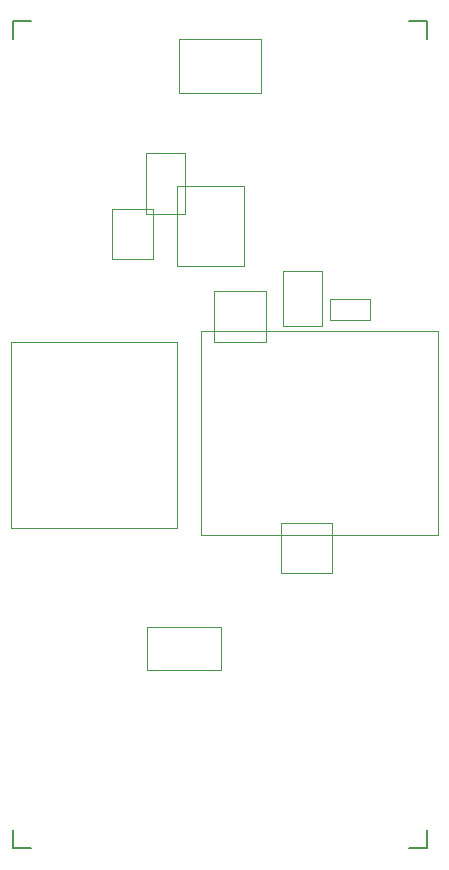
<source format=gbr>
G04 DesignSpark PCB PRO Gerber Version 10.0 Build 5299*
G04 #@! TF.Part,Single*
G04 #@! TF.FileFunction,Other,ESDK-CRE-A - Documentation*
G04 #@! TF.FilePolarity,Positive*
%FSLAX35Y35*%
%MOIN*%
%ADD116C,0.00197*%
%ADD14C,0.00394*%
%ADD11C,0.00787*%
G04 #@! TD.AperFunction*
X0Y0D02*
D02*
D11*
X4331Y6299D02*
Y394D01*
X10236D01*
X4331Y270079D02*
Y275984D01*
X10236D01*
X142126Y394D02*
X136220D01*
X142126Y6299D02*
Y394D01*
Y275984D02*
X136220D01*
X142126D02*
Y270079D01*
D02*
D14*
X59449D02*
X87008D01*
Y251969D01*
X59449D01*
Y270079D01*
X67047Y104823D02*
Y172697D01*
X145787D01*
Y104823D01*
X67047D01*
X88425Y169193D02*
X71417D01*
Y185925D01*
X88425D01*
Y169193D01*
X110472Y92028D02*
X93465D01*
Y108760D01*
X110472D01*
Y92028D01*
D02*
D116*
X48941Y73996D02*
X73744D01*
Y59822D01*
X48941D01*
Y73996D01*
X51083Y213386D02*
Y196850D01*
X37106D01*
Y213386D01*
X51083D01*
X58760Y107205D02*
Y169173D01*
X3583D01*
Y107205D01*
X58760D01*
X58858Y194587D02*
Y221161D01*
X81299D01*
Y194587D01*
X58858D01*
X61693Y232185D02*
Y211909D01*
X48543D01*
Y232185D01*
X61693D01*
X107303Y192618D02*
Y174311D01*
X94272D01*
Y192618D01*
X107303D01*
X123130Y176280D02*
X109941D01*
Y183563D01*
X123130D01*
Y176280D01*
X0Y0D02*
M02*

</source>
